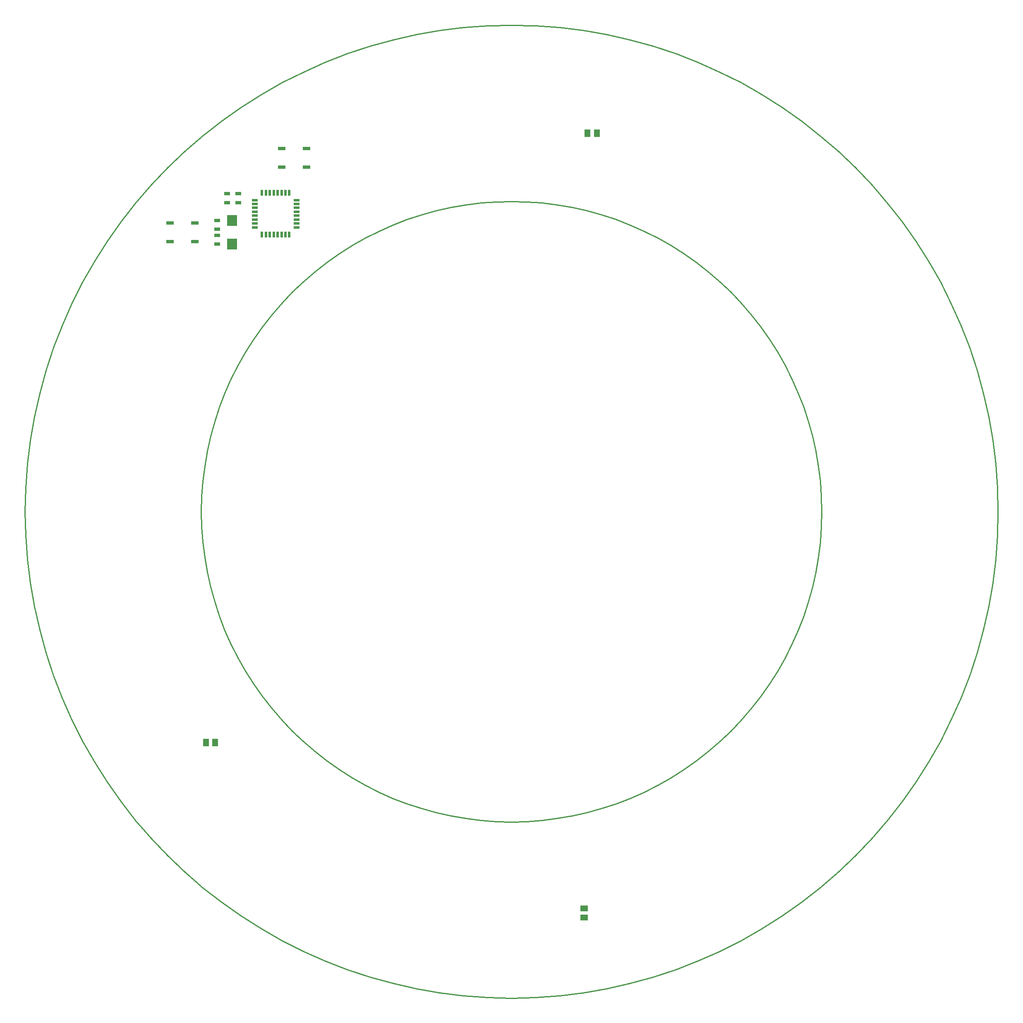
<source format=gtp>
G75*
G70*
%OFA0B0*%
%FSLAX24Y24*%
%IPPOS*%
%LPD*%
%AMOC8*
5,1,8,0,0,1.08239X$1,22.5*
%
%ADD10C,0.0100*%
%ADD11R,0.0500X0.0220*%
%ADD12R,0.0220X0.0500*%
%ADD13R,0.0800X0.0900*%
%ADD14R,0.0472X0.0315*%
%ADD15R,0.0512X0.0591*%
%ADD16R,0.0600X0.0300*%
%ADD17R,0.0591X0.0512*%
D10*
X015658Y040658D02*
X015688Y041885D01*
X015778Y043108D01*
X015929Y044326D01*
X016138Y045535D01*
X016407Y046733D01*
X016734Y047915D01*
X017119Y049080D01*
X017561Y050225D01*
X018058Y051347D01*
X018610Y052443D01*
X019215Y053511D01*
X019871Y054547D01*
X020578Y055550D01*
X021333Y056518D01*
X022134Y057447D01*
X022980Y058336D01*
X023869Y059182D01*
X024798Y059983D01*
X025766Y060738D01*
X026769Y061445D01*
X027805Y062101D01*
X028873Y062706D01*
X029969Y063258D01*
X031091Y063755D01*
X032236Y064197D01*
X033401Y064582D01*
X034583Y064909D01*
X035781Y065178D01*
X036990Y065387D01*
X038208Y065538D01*
X039431Y065628D01*
X040658Y065658D01*
X041885Y065628D01*
X043108Y065538D01*
X044326Y065387D01*
X045535Y065178D01*
X046733Y064909D01*
X047915Y064582D01*
X049080Y064197D01*
X050225Y063755D01*
X051347Y063258D01*
X052443Y062706D01*
X053511Y062101D01*
X054547Y061445D01*
X055550Y060738D01*
X056518Y059983D01*
X057447Y059182D01*
X058336Y058336D01*
X059182Y057447D01*
X059983Y056518D01*
X060738Y055550D01*
X061445Y054547D01*
X062101Y053511D01*
X062706Y052443D01*
X063258Y051347D01*
X063755Y050225D01*
X064197Y049080D01*
X064582Y047915D01*
X064909Y046733D01*
X065178Y045535D01*
X065387Y044326D01*
X065538Y043108D01*
X065628Y041885D01*
X065658Y040658D01*
X065628Y039431D01*
X065538Y038208D01*
X065387Y036990D01*
X065178Y035781D01*
X064909Y034583D01*
X064582Y033401D01*
X064197Y032236D01*
X063755Y031091D01*
X063258Y029969D01*
X062706Y028873D01*
X062101Y027805D01*
X061445Y026769D01*
X060738Y025766D01*
X059983Y024798D01*
X059182Y023869D01*
X058336Y022980D01*
X057447Y022134D01*
X056518Y021333D01*
X055550Y020578D01*
X054547Y019871D01*
X053511Y019215D01*
X052443Y018610D01*
X051347Y018058D01*
X050225Y017561D01*
X049080Y017119D01*
X047915Y016734D01*
X046733Y016407D01*
X045535Y016138D01*
X044326Y015929D01*
X043108Y015778D01*
X041885Y015688D01*
X040658Y015658D01*
X039431Y015688D01*
X038208Y015778D01*
X036990Y015929D01*
X035781Y016138D01*
X034583Y016407D01*
X033401Y016734D01*
X032236Y017119D01*
X031091Y017561D01*
X029969Y018058D01*
X028873Y018610D01*
X027805Y019215D01*
X026769Y019871D01*
X025766Y020578D01*
X024798Y021333D01*
X023869Y022134D01*
X022980Y022980D01*
X022134Y023869D01*
X021333Y024798D01*
X020578Y025766D01*
X019871Y026769D01*
X019215Y027805D01*
X018610Y028873D01*
X018058Y029969D01*
X017561Y031091D01*
X017119Y032236D01*
X016734Y033401D01*
X016407Y034583D01*
X016138Y035781D01*
X015929Y036990D01*
X015778Y038208D01*
X015688Y039431D01*
X015658Y040658D01*
X001458Y040658D02*
X001505Y042581D01*
X001647Y044500D01*
X001882Y046410D01*
X002211Y048306D01*
X002633Y050183D01*
X003146Y052037D01*
X003749Y053864D01*
X004442Y055659D01*
X005222Y057418D01*
X006087Y059137D01*
X007035Y060811D01*
X008064Y062436D01*
X009172Y064009D01*
X010356Y065526D01*
X011613Y066983D01*
X012939Y068377D01*
X014333Y069703D01*
X015790Y070960D01*
X017307Y072144D01*
X018880Y073252D01*
X020505Y074281D01*
X022179Y075229D01*
X023898Y076094D01*
X025657Y076874D01*
X027452Y077567D01*
X029279Y078170D01*
X031133Y078683D01*
X033010Y079105D01*
X034906Y079434D01*
X036816Y079669D01*
X038735Y079811D01*
X040658Y079858D01*
X042581Y079811D01*
X044500Y079669D01*
X046410Y079434D01*
X048306Y079105D01*
X050183Y078683D01*
X052037Y078170D01*
X053864Y077567D01*
X055659Y076874D01*
X057418Y076094D01*
X059137Y075229D01*
X060811Y074281D01*
X062436Y073252D01*
X064009Y072144D01*
X065526Y070960D01*
X066983Y069703D01*
X068377Y068377D01*
X069703Y066983D01*
X070960Y065526D01*
X072144Y064009D01*
X073252Y062436D01*
X074281Y060811D01*
X075229Y059137D01*
X076094Y057418D01*
X076874Y055659D01*
X077567Y053864D01*
X078170Y052037D01*
X078683Y050183D01*
X079105Y048306D01*
X079434Y046410D01*
X079669Y044500D01*
X079811Y042581D01*
X079858Y040658D01*
X079811Y038735D01*
X079669Y036816D01*
X079434Y034906D01*
X079105Y033010D01*
X078683Y031133D01*
X078170Y029279D01*
X077567Y027452D01*
X076874Y025657D01*
X076094Y023898D01*
X075229Y022179D01*
X074281Y020505D01*
X073252Y018880D01*
X072144Y017307D01*
X070960Y015790D01*
X069703Y014333D01*
X068377Y012939D01*
X066983Y011613D01*
X065526Y010356D01*
X064009Y009172D01*
X062436Y008064D01*
X060811Y007035D01*
X059137Y006087D01*
X057418Y005222D01*
X055659Y004442D01*
X053864Y003749D01*
X052037Y003146D01*
X050183Y002633D01*
X048306Y002211D01*
X046410Y001882D01*
X044500Y001647D01*
X042581Y001505D01*
X040658Y001458D01*
X038735Y001505D01*
X036816Y001647D01*
X034906Y001882D01*
X033010Y002211D01*
X031133Y002633D01*
X029279Y003146D01*
X027452Y003749D01*
X025657Y004442D01*
X023898Y005222D01*
X022179Y006087D01*
X020505Y007035D01*
X018880Y008064D01*
X017307Y009172D01*
X015790Y010356D01*
X014333Y011613D01*
X012939Y012939D01*
X011613Y014333D01*
X010356Y015790D01*
X009172Y017307D01*
X008064Y018880D01*
X007035Y020505D01*
X006087Y022179D01*
X005222Y023898D01*
X004442Y025657D01*
X003749Y027452D01*
X003146Y029279D01*
X002633Y031133D01*
X002211Y033010D01*
X001882Y034906D01*
X001647Y036816D01*
X001505Y038735D01*
X001458Y040658D01*
D11*
X019968Y063555D03*
X019968Y063870D03*
X019968Y064185D03*
X019968Y064500D03*
X019968Y064815D03*
X019968Y065130D03*
X019968Y065445D03*
X019968Y065760D03*
X023348Y065760D03*
X023348Y065445D03*
X023348Y065130D03*
X023348Y064815D03*
X023348Y064500D03*
X023348Y064185D03*
X023348Y063870D03*
X023348Y063555D03*
D12*
X022760Y062968D03*
X022445Y062968D03*
X022130Y062968D03*
X021815Y062968D03*
X021500Y062968D03*
X021185Y062968D03*
X020870Y062968D03*
X020555Y062968D03*
X020555Y066348D03*
X020870Y066348D03*
X021185Y066348D03*
X021500Y066348D03*
X021815Y066348D03*
X022130Y066348D03*
X022445Y066348D03*
X022760Y066348D03*
D13*
X018158Y064108D03*
X018158Y062208D03*
D14*
X016958Y062203D03*
X016958Y062912D03*
X016958Y063403D03*
X016958Y064112D03*
X017758Y065553D03*
X017758Y066262D03*
X018658Y066262D03*
X018658Y065553D03*
D15*
X016034Y022058D03*
X016782Y022058D03*
X046784Y071158D03*
X047532Y071158D03*
D16*
X024158Y069908D03*
X024158Y068408D03*
X022158Y068408D03*
X022158Y069908D03*
X015158Y063908D03*
X015158Y062408D03*
X013158Y062408D03*
X013158Y063908D03*
D17*
X046508Y008682D03*
X046508Y007934D03*
M02*

</source>
